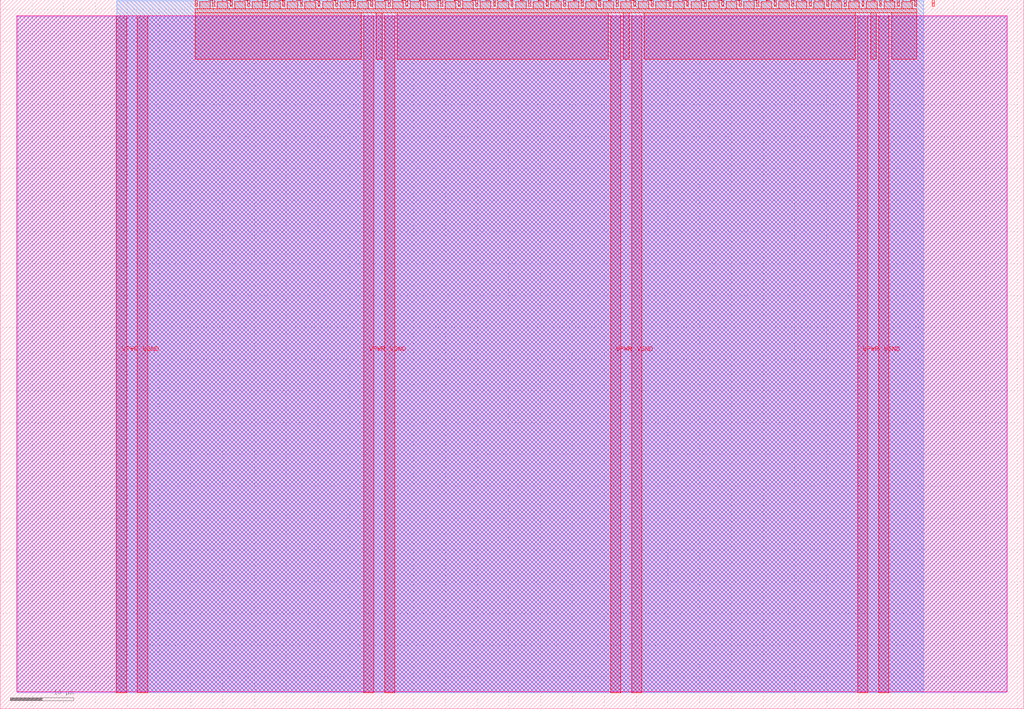
<source format=lef>
VERSION 5.7 ;
  NOWIREEXTENSIONATPIN ON ;
  DIVIDERCHAR "/" ;
  BUSBITCHARS "[]" ;
MACRO tt_um_wokwi_445280865643046913
  CLASS BLOCK ;
  FOREIGN tt_um_wokwi_445280865643046913 ;
  ORIGIN 0.000 0.000 ;
  SIZE 161.000 BY 111.520 ;
  PIN VGND
    DIRECTION INOUT ;
    USE GROUND ;
    PORT
      LAYER met4 ;
        RECT 21.580 2.480 23.180 109.040 ;
    END
    PORT
      LAYER met4 ;
        RECT 60.450 2.480 62.050 109.040 ;
    END
    PORT
      LAYER met4 ;
        RECT 99.320 2.480 100.920 109.040 ;
    END
    PORT
      LAYER met4 ;
        RECT 138.190 2.480 139.790 109.040 ;
    END
  END VGND
  PIN VPWR
    DIRECTION INOUT ;
    USE POWER ;
    PORT
      LAYER met4 ;
        RECT 18.280 2.480 19.880 109.040 ;
    END
    PORT
      LAYER met4 ;
        RECT 57.150 2.480 58.750 109.040 ;
    END
    PORT
      LAYER met4 ;
        RECT 96.020 2.480 97.620 109.040 ;
    END
    PORT
      LAYER met4 ;
        RECT 134.890 2.480 136.490 109.040 ;
    END
  END VPWR
  PIN clk
    DIRECTION INPUT ;
    USE SIGNAL ;
    ANTENNAGATEAREA 0.852000 ;
    PORT
      LAYER met4 ;
        RECT 143.830 110.520 144.130 111.520 ;
    END
  END clk
  PIN ena
    DIRECTION INPUT ;
    USE SIGNAL ;
    PORT
      LAYER met4 ;
        RECT 146.590 110.520 146.890 111.520 ;
    END
  END ena
  PIN rst_n
    DIRECTION INPUT ;
    USE SIGNAL ;
    PORT
      LAYER met4 ;
        RECT 141.070 110.520 141.370 111.520 ;
    END
  END rst_n
  PIN ui_in[0]
    DIRECTION INPUT ;
    USE SIGNAL ;
    ANTENNAGATEAREA 0.196500 ;
    PORT
      LAYER met4 ;
        RECT 138.310 110.520 138.610 111.520 ;
    END
  END ui_in[0]
  PIN ui_in[1]
    DIRECTION INPUT ;
    USE SIGNAL ;
    ANTENNAGATEAREA 0.196500 ;
    PORT
      LAYER met4 ;
        RECT 135.550 110.520 135.850 111.520 ;
    END
  END ui_in[1]
  PIN ui_in[2]
    DIRECTION INPUT ;
    USE SIGNAL ;
    ANTENNAGATEAREA 0.196500 ;
    PORT
      LAYER met4 ;
        RECT 132.790 110.520 133.090 111.520 ;
    END
  END ui_in[2]
  PIN ui_in[3]
    DIRECTION INPUT ;
    USE SIGNAL ;
    ANTENNAGATEAREA 0.196500 ;
    PORT
      LAYER met4 ;
        RECT 130.030 110.520 130.330 111.520 ;
    END
  END ui_in[3]
  PIN ui_in[4]
    DIRECTION INPUT ;
    USE SIGNAL ;
    ANTENNAGATEAREA 0.196500 ;
    PORT
      LAYER met4 ;
        RECT 127.270 110.520 127.570 111.520 ;
    END
  END ui_in[4]
  PIN ui_in[5]
    DIRECTION INPUT ;
    USE SIGNAL ;
    ANTENNAGATEAREA 0.196500 ;
    PORT
      LAYER met4 ;
        RECT 124.510 110.520 124.810 111.520 ;
    END
  END ui_in[5]
  PIN ui_in[6]
    DIRECTION INPUT ;
    USE SIGNAL ;
    ANTENNAGATEAREA 0.196500 ;
    PORT
      LAYER met4 ;
        RECT 121.750 110.520 122.050 111.520 ;
    END
  END ui_in[6]
  PIN ui_in[7]
    DIRECTION INPUT ;
    USE SIGNAL ;
    ANTENNAGATEAREA 0.196500 ;
    PORT
      LAYER met4 ;
        RECT 118.990 110.520 119.290 111.520 ;
    END
  END ui_in[7]
  PIN uio_in[0]
    DIRECTION INPUT ;
    USE SIGNAL ;
    PORT
      LAYER met4 ;
        RECT 116.230 110.520 116.530 111.520 ;
    END
  END uio_in[0]
  PIN uio_in[1]
    DIRECTION INPUT ;
    USE SIGNAL ;
    PORT
      LAYER met4 ;
        RECT 113.470 110.520 113.770 111.520 ;
    END
  END uio_in[1]
  PIN uio_in[2]
    DIRECTION INPUT ;
    USE SIGNAL ;
    PORT
      LAYER met4 ;
        RECT 110.710 110.520 111.010 111.520 ;
    END
  END uio_in[2]
  PIN uio_in[3]
    DIRECTION INPUT ;
    USE SIGNAL ;
    PORT
      LAYER met4 ;
        RECT 107.950 110.520 108.250 111.520 ;
    END
  END uio_in[3]
  PIN uio_in[4]
    DIRECTION INPUT ;
    USE SIGNAL ;
    PORT
      LAYER met4 ;
        RECT 105.190 110.520 105.490 111.520 ;
    END
  END uio_in[4]
  PIN uio_in[5]
    DIRECTION INPUT ;
    USE SIGNAL ;
    PORT
      LAYER met4 ;
        RECT 102.430 110.520 102.730 111.520 ;
    END
  END uio_in[5]
  PIN uio_in[6]
    DIRECTION INPUT ;
    USE SIGNAL ;
    PORT
      LAYER met4 ;
        RECT 99.670 110.520 99.970 111.520 ;
    END
  END uio_in[6]
  PIN uio_in[7]
    DIRECTION INPUT ;
    USE SIGNAL ;
    PORT
      LAYER met4 ;
        RECT 96.910 110.520 97.210 111.520 ;
    END
  END uio_in[7]
  PIN uio_oe[0]
    DIRECTION OUTPUT ;
    USE SIGNAL ;
    PORT
      LAYER met4 ;
        RECT 49.990 110.520 50.290 111.520 ;
    END
  END uio_oe[0]
  PIN uio_oe[1]
    DIRECTION OUTPUT ;
    USE SIGNAL ;
    PORT
      LAYER met4 ;
        RECT 47.230 110.520 47.530 111.520 ;
    END
  END uio_oe[1]
  PIN uio_oe[2]
    DIRECTION OUTPUT ;
    USE SIGNAL ;
    PORT
      LAYER met4 ;
        RECT 44.470 110.520 44.770 111.520 ;
    END
  END uio_oe[2]
  PIN uio_oe[3]
    DIRECTION OUTPUT ;
    USE SIGNAL ;
    PORT
      LAYER met4 ;
        RECT 41.710 110.520 42.010 111.520 ;
    END
  END uio_oe[3]
  PIN uio_oe[4]
    DIRECTION OUTPUT ;
    USE SIGNAL ;
    PORT
      LAYER met4 ;
        RECT 38.950 110.520 39.250 111.520 ;
    END
  END uio_oe[4]
  PIN uio_oe[5]
    DIRECTION OUTPUT ;
    USE SIGNAL ;
    PORT
      LAYER met4 ;
        RECT 36.190 110.520 36.490 111.520 ;
    END
  END uio_oe[5]
  PIN uio_oe[6]
    DIRECTION OUTPUT ;
    USE SIGNAL ;
    PORT
      LAYER met4 ;
        RECT 33.430 110.520 33.730 111.520 ;
    END
  END uio_oe[6]
  PIN uio_oe[7]
    DIRECTION OUTPUT ;
    USE SIGNAL ;
    PORT
      LAYER met4 ;
        RECT 30.670 110.520 30.970 111.520 ;
    END
  END uio_oe[7]
  PIN uio_out[0]
    DIRECTION OUTPUT ;
    USE SIGNAL ;
    PORT
      LAYER met4 ;
        RECT 72.070 110.520 72.370 111.520 ;
    END
  END uio_out[0]
  PIN uio_out[1]
    DIRECTION OUTPUT ;
    USE SIGNAL ;
    PORT
      LAYER met4 ;
        RECT 69.310 110.520 69.610 111.520 ;
    END
  END uio_out[1]
  PIN uio_out[2]
    DIRECTION OUTPUT ;
    USE SIGNAL ;
    PORT
      LAYER met4 ;
        RECT 66.550 110.520 66.850 111.520 ;
    END
  END uio_out[2]
  PIN uio_out[3]
    DIRECTION OUTPUT ;
    USE SIGNAL ;
    PORT
      LAYER met4 ;
        RECT 63.790 110.520 64.090 111.520 ;
    END
  END uio_out[3]
  PIN uio_out[4]
    DIRECTION OUTPUT ;
    USE SIGNAL ;
    PORT
      LAYER met4 ;
        RECT 61.030 110.520 61.330 111.520 ;
    END
  END uio_out[4]
  PIN uio_out[5]
    DIRECTION OUTPUT ;
    USE SIGNAL ;
    PORT
      LAYER met4 ;
        RECT 58.270 110.520 58.570 111.520 ;
    END
  END uio_out[5]
  PIN uio_out[6]
    DIRECTION OUTPUT ;
    USE SIGNAL ;
    PORT
      LAYER met4 ;
        RECT 55.510 110.520 55.810 111.520 ;
    END
  END uio_out[6]
  PIN uio_out[7]
    DIRECTION OUTPUT ;
    USE SIGNAL ;
    PORT
      LAYER met4 ;
        RECT 52.750 110.520 53.050 111.520 ;
    END
  END uio_out[7]
  PIN uo_out[0]
    DIRECTION OUTPUT ;
    USE SIGNAL ;
    ANTENNADIFFAREA 0.445500 ;
    PORT
      LAYER met4 ;
        RECT 94.150 110.520 94.450 111.520 ;
    END
  END uo_out[0]
  PIN uo_out[1]
    DIRECTION OUTPUT ;
    USE SIGNAL ;
    ANTENNADIFFAREA 0.445500 ;
    PORT
      LAYER met4 ;
        RECT 91.390 110.520 91.690 111.520 ;
    END
  END uo_out[1]
  PIN uo_out[2]
    DIRECTION OUTPUT ;
    USE SIGNAL ;
    ANTENNADIFFAREA 0.445500 ;
    PORT
      LAYER met4 ;
        RECT 88.630 110.520 88.930 111.520 ;
    END
  END uo_out[2]
  PIN uo_out[3]
    DIRECTION OUTPUT ;
    USE SIGNAL ;
    ANTENNADIFFAREA 0.445500 ;
    PORT
      LAYER met4 ;
        RECT 85.870 110.520 86.170 111.520 ;
    END
  END uo_out[3]
  PIN uo_out[4]
    DIRECTION OUTPUT ;
    USE SIGNAL ;
    ANTENNADIFFAREA 0.445500 ;
    PORT
      LAYER met4 ;
        RECT 83.110 110.520 83.410 111.520 ;
    END
  END uo_out[4]
  PIN uo_out[5]
    DIRECTION OUTPUT ;
    USE SIGNAL ;
    ANTENNADIFFAREA 0.445500 ;
    PORT
      LAYER met4 ;
        RECT 80.350 110.520 80.650 111.520 ;
    END
  END uo_out[5]
  PIN uo_out[6]
    DIRECTION OUTPUT ;
    USE SIGNAL ;
    ANTENNADIFFAREA 0.445500 ;
    PORT
      LAYER met4 ;
        RECT 77.590 110.520 77.890 111.520 ;
    END
  END uo_out[6]
  PIN uo_out[7]
    DIRECTION OUTPUT ;
    USE SIGNAL ;
    ANTENNADIFFAREA 0.445500 ;
    PORT
      LAYER met4 ;
        RECT 74.830 110.520 75.130 111.520 ;
    END
  END uo_out[7]
  OBS
      LAYER nwell ;
        RECT 2.570 2.635 158.430 108.990 ;
      LAYER li1 ;
        RECT 2.760 2.635 158.240 108.885 ;
      LAYER met1 ;
        RECT 2.760 2.480 158.240 109.040 ;
      LAYER met2 ;
        RECT 18.310 2.535 145.270 111.365 ;
      LAYER met3 ;
        RECT 18.290 2.555 145.295 111.345 ;
      LAYER met4 ;
        RECT 31.370 110.120 33.030 111.170 ;
        RECT 34.130 110.120 35.790 111.170 ;
        RECT 36.890 110.120 38.550 111.170 ;
        RECT 39.650 110.120 41.310 111.170 ;
        RECT 42.410 110.120 44.070 111.170 ;
        RECT 45.170 110.120 46.830 111.170 ;
        RECT 47.930 110.120 49.590 111.170 ;
        RECT 50.690 110.120 52.350 111.170 ;
        RECT 53.450 110.120 55.110 111.170 ;
        RECT 56.210 110.120 57.870 111.170 ;
        RECT 58.970 110.120 60.630 111.170 ;
        RECT 61.730 110.120 63.390 111.170 ;
        RECT 64.490 110.120 66.150 111.170 ;
        RECT 67.250 110.120 68.910 111.170 ;
        RECT 70.010 110.120 71.670 111.170 ;
        RECT 72.770 110.120 74.430 111.170 ;
        RECT 75.530 110.120 77.190 111.170 ;
        RECT 78.290 110.120 79.950 111.170 ;
        RECT 81.050 110.120 82.710 111.170 ;
        RECT 83.810 110.120 85.470 111.170 ;
        RECT 86.570 110.120 88.230 111.170 ;
        RECT 89.330 110.120 90.990 111.170 ;
        RECT 92.090 110.120 93.750 111.170 ;
        RECT 94.850 110.120 96.510 111.170 ;
        RECT 97.610 110.120 99.270 111.170 ;
        RECT 100.370 110.120 102.030 111.170 ;
        RECT 103.130 110.120 104.790 111.170 ;
        RECT 105.890 110.120 107.550 111.170 ;
        RECT 108.650 110.120 110.310 111.170 ;
        RECT 111.410 110.120 113.070 111.170 ;
        RECT 114.170 110.120 115.830 111.170 ;
        RECT 116.930 110.120 118.590 111.170 ;
        RECT 119.690 110.120 121.350 111.170 ;
        RECT 122.450 110.120 124.110 111.170 ;
        RECT 125.210 110.120 126.870 111.170 ;
        RECT 127.970 110.120 129.630 111.170 ;
        RECT 130.730 110.120 132.390 111.170 ;
        RECT 133.490 110.120 135.150 111.170 ;
        RECT 136.250 110.120 137.910 111.170 ;
        RECT 139.010 110.120 140.670 111.170 ;
        RECT 141.770 110.120 143.430 111.170 ;
        RECT 30.655 109.440 144.145 110.120 ;
        RECT 30.655 102.175 56.750 109.440 ;
        RECT 59.150 102.175 60.050 109.440 ;
        RECT 62.450 102.175 95.620 109.440 ;
        RECT 98.020 102.175 98.920 109.440 ;
        RECT 101.320 102.175 134.490 109.440 ;
        RECT 136.890 102.175 137.790 109.440 ;
        RECT 140.190 102.175 144.145 109.440 ;
  END
END tt_um_wokwi_445280865643046913
END LIBRARY


</source>
